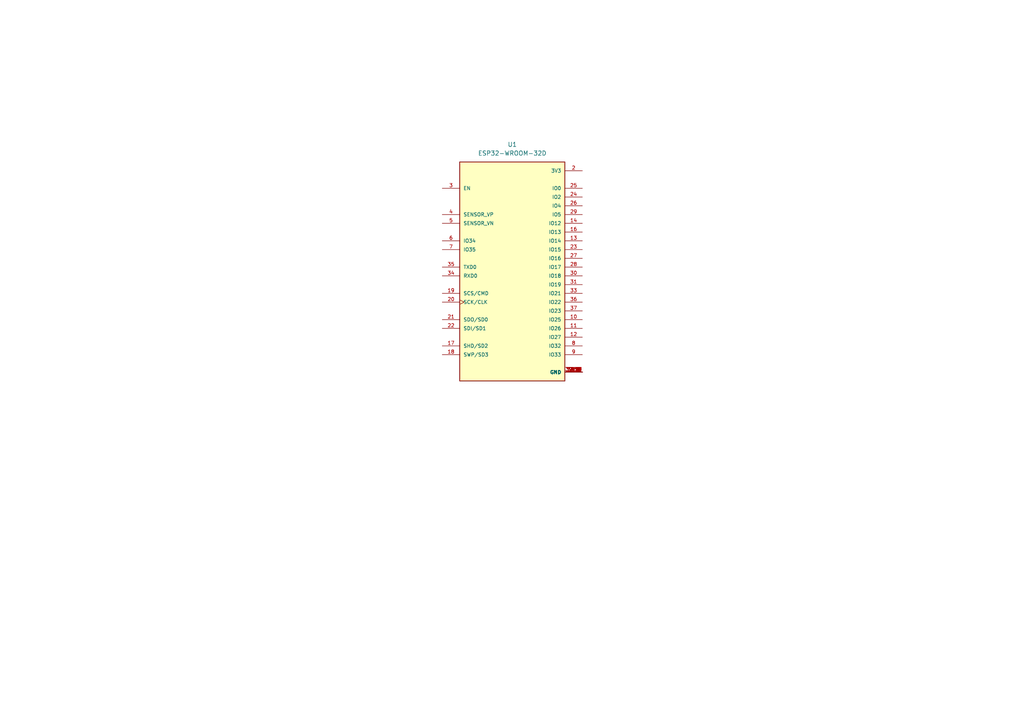
<source format=kicad_sch>
(kicad_sch (version 20250114) (generator "eeschema") (generator_version "9.0")
  (paper "A4")
  (lib_symbols
    (symbol "ESP32-WROOM-32D:ESP32-WROOM-32D" (pin_names (offset 1.016))
      (property "Reference" "U" (at -15.0359 31.5945 0))
      (property "Value" "ESP32-WROOM-32D" (at -15.2867 -35.6681 0))
      (symbol "ESP32-WROOM-32D_0_0"
        (rectangle (start -15.24 -33.02) (end 15.24 30.48) (stroke (width 0.254)) (fill (type background)))
        (pin input line (at -20.32 22.86 0) (length 5.08) (name "EN") (number "3"))
        (pin input line (at -20.32 15.24 0) (length 5.08) (name "SENSOR_VP") (number "4"))
        (pin input line (at -20.32 12.7 0) (length 5.08) (name "SENSOR_VN") (number "5"))
        (pin input line (at -20.32 7.62 0) (length 5.08) (name "IO34") (number "6"))
        (pin input line (at -20.32 5.08 0) (length 5.08) (name "IO35") (number "7"))
        (pin bidirectional line (at -20.32 0 0) (length 5.08) (name "TXD0") (number "35"))
        (pin bidirectional line (at -20.32 -2.54 0) (length 5.08) (name "RXD0") (number "34"))
        (pin bidirectional line (at -20.32 -7.62 0) (length 5.08) (name "SCS/CMD") (number "19"))
        (pin bidirectional clock (at -20.32 -10.16 0) (length 5.08) (name "SCK/CLK") (number "20"))
        (pin bidirectional line (at -20.32 -15.24 0) (length 5.08) (name "SDO/SD0") (number "21"))
        (pin bidirectional line (at -20.32 -17.78 0) (length 5.08) (name "SDI/SD1") (number "22"))
        (pin bidirectional line (at -20.32 -22.86 0) (length 5.08) (name "SHD/SD2") (number "17"))
        (pin bidirectional line (at -20.32 -25.4 0) (length 5.08) (name "SWP/SD3") (number "18"))
        (pin power_in line (at 20.32 27.94 180) (length 5.08) (name "3V3") (number "2"))
        (pin bidirectional line (at 20.32 22.86 180) (length 5.08) (name "IO0") (number "25"))
        (pin bidirectional line (at 20.32 20.32 180) (length 5.08) (name "IO2") (number "24"))
        (pin bidirectional line (at 20.32 17.78 180) (length 5.08) (name "IO4") (number "26"))
        (pin bidirectional line (at 20.32 15.24 180) (length 5.08) (name "IO5") (number "29"))
        (pin bidirectional line (at 20.32 12.7 180) (length 5.08) (name "IO12") (number "14"))
        (pin bidirectional line (at 20.32 10.16 180) (length 5.08) (name "IO13") (number "16"))
        (pin bidirectional line (at 20.32 7.62 180) (length 5.08) (name "IO14") (number "13"))
        (pin bidirectional line (at 20.32 5.08 180) (length 5.08) (name "IO15") (number "23"))
        (pin bidirectional line (at 20.32 2.54 180) (length 5.08) (name "IO16") (number "27"))
        (pin bidirectional line (at 20.32 0 180) (length 5.08) (name "IO17") (number "28"))
        (pin bidirectional line (at 20.32 -2.54 180) (length 5.08) (name "IO18") (number "30"))
        (pin bidirectional line (at 20.32 -5.08 180) (length 5.08) (name "IO19") (number "31"))
        (pin bidirectional line (at 20.32 -7.62 180) (length 5.08) (name "IO21") (number "33"))
        (pin bidirectional line (at 20.32 -10.16 180) (length 5.08) (name "IO22") (number "36"))
        (pin bidirectional line (at 20.32 -12.7 180) (length 5.08) (name "IO23") (number "37"))
        (pin bidirectional line (at 20.32 -15.24 180) (length 5.08) (name "IO25") (number "10"))
        (pin bidirectional line (at 20.32 -17.78 180) (length 5.08) (name "IO26") (number "11"))
        (pin bidirectional line (at 20.32 -20.32 180) (length 5.08) (name "IO27") (number "12"))
        (pin bidirectional line (at 20.32 -22.86 180) (length 5.08) (name "IO32") (number "8"))
        (pin bidirectional line (at 20.32 -25.4 180) (length 5.08) (name "IO33") (number "9"))
        (pin power_in line (at 20.32 -30.48 180) (length 5.08) (name "GND") (number "1"))
        (pin power_in line (at 20.32 -30.48 180) (length 5.08) (name "GND") (number "15"))
        (pin power_in line (at 20.32 -30.48 180) (length 5.08) (name "GND") (number "38"))
        (pin power_in line (at 20.32 -30.48 180) (length 5.08) (name "GND") (number "39_1"))
        (pin power_in line (at 20.32 -30.48 180) (length 5.08) (name "GND") (number "39_10"))
        (pin power_in line (at 20.32 -30.48 180) (length 5.08) (name "GND") (number "39_11"))
        (pin power_in line (at 20.32 -30.48 180) (length 5.08) (name "GND") (number "39_12"))
        (pin power_in line (at 20.32 -30.48 180) (length 5.08) (name "GND") (number "39_13"))
        (pin power_in line (at 20.32 -30.48 180) (length 5.08) (name "GND") (number "39_14"))
        (pin power_in line (at 20.32 -30.48 180) (length 5.08) (name "GND") (number "39_15"))
        (pin power_in line (at 20.32 -30.48 180) (length 5.08) (name "GND") (number "39_16"))
        (pin power_in line (at 20.32 -30.48 180) (length 5.08) (name "GND") (number "39_17"))
        (pin power_in line (at 20.32 -30.48 180) (length 5.08) (name "GND") (number "39_18"))
        (pin power_in line (at 20.32 -30.48 180) (length 5.08) (name "GND") (number "39_19"))
        (pin power_in line (at 20.32 -30.48 180) (length 5.08) (name "GND") (number "39_2"))
        (pin power_in line (at 20.32 -30.48 180) (length 5.08) (name "GND") (number "39_20"))
        (pin power_in line (at 20.32 -30.48 180) (length 5.08) (name "GND") (number "39_21"))
        (pin power_in line (at 20.32 -30.48 180) (length 5.08) (name "GND") (number "39_3"))
        (pin power_in line (at 20.32 -30.48 180) (length 5.08) (name "GND") (number "39_4"))
        (pin power_in line (at 20.32 -30.48 180) (length 5.08) (name "GND") (number "39_5"))
        (pin power_in line (at 20.32 -30.48 180) (length 5.08) (name "GND") (number "39_6"))
        (pin power_in line (at 20.32 -30.48 180) (length 5.08) (name "GND") (number "39_7"))
        (pin power_in line (at 20.32 -30.48 180) (length 5.08) (name "GND") (number "39_8"))
        (pin power_in line (at 20.32 -30.48 180) (length 5.08) (name "GND") (number "39_9"))
      )
    )
  )
  (symbol (lib_id "ESP32-WROOM-32D:ESP32-WROOM-32D") (at 148.59 77.47 0) (unit 1)
    (property "Reference" "U1" (at 148.59 41.91 0))
    (property "Value" "ESP32-WROOM-32D" (at 148.59 44.45 0))
    (property "Footprint" "ESP32-WROOM-32D:MODULE_ESP32-WROOM-32D" (effects (hide yes)))
    (property "MF" "Espressif Systems" (effects (hide yes)))
    (property "MAXIMUM_PACKAGE_HEIGHT" "3.2 mm" (effects (hide yes)))
    (property "Package" "Non Standard Espressif Systems" (effects (hide yes)))
    (property "Price" "None" (effects (hide yes)))
    (property "Check_prices" "https://www.snapeda.com/parts/ESP32-WROOM-32D/Espressif+Systems/view-part/?ref=eda" (effects (hide yes)))
    (property "STANDARD" "Manufacturer Recommendations" (effects (hide yes)))
    (property "PARTREV" "1.9" (effects (hide yes)))
    (property "SnapEDA_Link" "https://www.snapeda.com/parts/ESP32-WROOM-32D/Espressif+Systems/view-part/?ref=snap" (effects (hide yes)))
    (property "MP" "ESP32-WROOM-32D" (effects (hide yes)))
    (property "Description_1" "Multiprotocol Modules SMD Module, ESP32-D0WD, 32Mbits SPI flash, UART mode, PCB antenna" (effects (hide yes)))
    (property "Availability" "In Stock" (effects (hide yes)))
    (property "MANUFACTURER" "Espressif Systems" (effects (hide yes)))
  )
)
</source>
